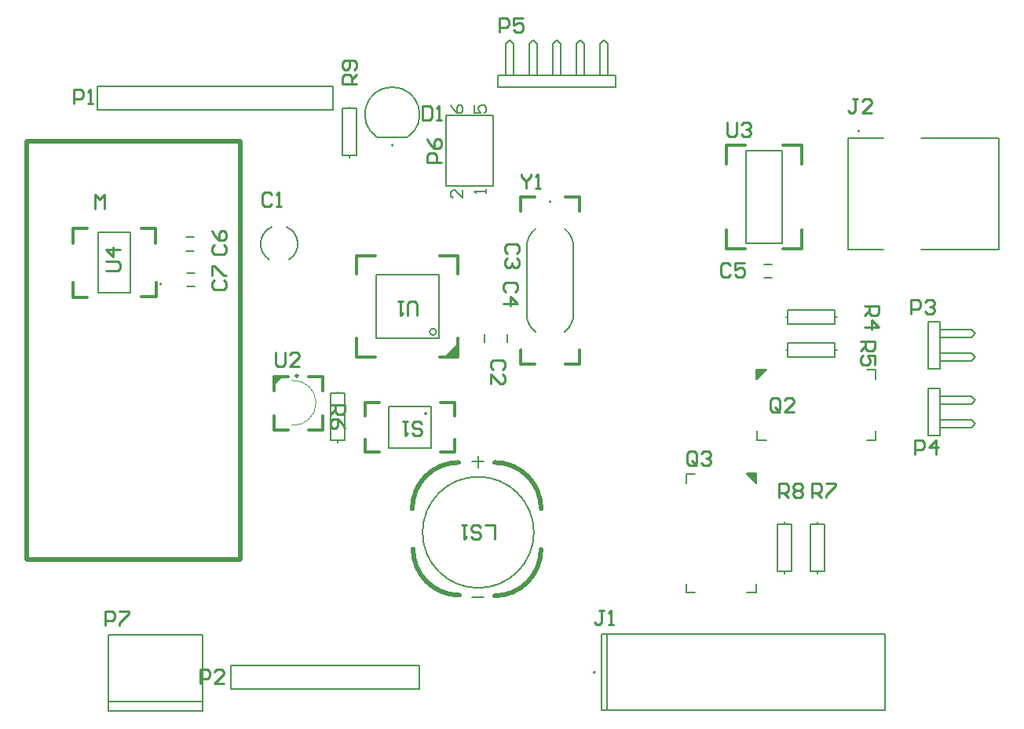
<source format=gbr>
%TF.GenerationSoftware,Altium Limited,Altium Designer,22.8.2 (66)*%
G04 Layer_Color=65535*
%FSLAX45Y45*%
%MOMM*%
%TF.SameCoordinates,BD556100-397B-4985-8EB5-C039F1F1876F*%
%TF.FilePolarity,Positive*%
%TF.FileFunction,Legend,Top*%
%TF.Part,Single*%
G01*
G75*
%TA.AperFunction,NonConductor*%
%ADD68C,0.25000*%
%ADD69C,0.12000*%
%ADD70C,0.12700*%
%ADD71C,0.20000*%
%ADD72C,0.15240*%
%ADD73C,0.50000*%
%ADD74C,0.30000*%
%ADD75C,0.60000*%
%ADD76C,0.25400*%
%ADD77C,0.20320*%
G36*
X7952740Y2479523D02*
Y2586583D01*
X7845680D01*
X7952740Y2479523D01*
D02*
G37*
G36*
X8064978Y3710838D02*
X7957918D01*
Y3603778D01*
X8064978Y3710838D01*
D02*
G37*
D68*
X3009700Y3644900D02*
G03*
X3009700Y3644900I-12500J0D01*
G01*
D69*
X2940134Y3110744D02*
G03*
X2940134Y3594856I21177J242056D01*
G01*
D70*
X4182500Y6214300D02*
G03*
X3869300Y6214300I-156600J250612D01*
G01*
X5553000Y1955800D02*
G03*
X5553000Y1955800I-600000J0D01*
G01*
X3869300Y6214300D02*
X4182500D01*
X853450Y4538850D02*
X1203950D01*
X853450D02*
Y5189350D01*
X1203950D01*
Y4538850D02*
Y5189350D01*
X4441400Y2861100D02*
Y3311100D01*
X3991400Y2861100D02*
X4441400D01*
X3991400D02*
Y3311100D01*
X4441400D01*
X4889500Y1257300D02*
X5016500D01*
X4953000Y2654300D02*
Y2781300D01*
X4889500Y2717800D02*
X5016500D01*
X6279900Y34500D02*
X6339900D01*
X6279900Y854500D02*
X6339900D01*
X6279900Y34500D02*
Y854500D01*
X6339900Y34500D02*
Y854500D01*
Y34500D02*
X9339900D01*
Y854500D01*
X6339900D02*
X9339900D01*
X8229700Y5075300D02*
Y6075300D01*
X7839700D02*
X8229700D01*
X7839700Y5075300D02*
Y6075300D01*
Y5075300D02*
X8229700D01*
X7857200Y6075300D02*
X8212200D01*
X7857200Y5075300D02*
X8212200D01*
X7857200Y6075300D02*
X8212200D01*
X7857200Y5075300D02*
X8212200D01*
X965200Y847500D02*
X1981200D01*
Y127500D02*
Y847500D01*
Y27500D02*
Y127500D01*
X965200Y27500D02*
X1981200D01*
X965200D02*
Y127500D01*
Y847500D01*
Y127500D02*
X1981200D01*
D71*
X4035900Y6131600D02*
G03*
X4035900Y6131600I-10000J0D01*
G01*
X1538700Y4635100D02*
G03*
X1538700Y4635100I-10000J0D01*
G01*
X4396200Y3236100D02*
G03*
X4396200Y3236100I-10000J0D01*
G01*
X2723533Y5249189D02*
G03*
X2699199Y4898649I83167J-181888D01*
G01*
X2914201D02*
G03*
X2889867Y5249189I-107501J168652D01*
G01*
X6214900Y444500D02*
G03*
X6214900Y444500I-10000J0D01*
G01*
X9065000Y6283300D02*
G03*
X9065000Y6283300I-10000J0D01*
G01*
X5263500Y4011300D02*
Y4091300D01*
X5023500Y4011300D02*
Y4091300D01*
X9240998Y3608299D02*
Y3708298D01*
X7955377Y3606698D02*
X8059517Y3710838D01*
X7954107Y3606698D02*
X7955377D01*
X7952837D02*
X7955377D01*
X9140998Y2951378D02*
X9240998D01*
Y3051399D01*
X9140998Y3708298D02*
X9240998D01*
X7956647Y2951378D02*
X8056596D01*
X7955798D02*
Y3051399D01*
X7952837Y3606698D02*
Y3710838D01*
X8059517D01*
X8801100Y3924300D02*
X8823960D01*
X8270240D02*
X8293100D01*
X8801100Y3848100D02*
Y3924300D01*
X8293100Y3848100D02*
X8801100D01*
X8293100D02*
Y4000500D01*
X8801100D01*
Y3924300D02*
Y4000500D01*
X8270240Y4279900D02*
X8293100D01*
X8801100D02*
X8823960D01*
X8293100D02*
Y4356100D01*
X8801100D01*
Y4203700D02*
Y4356100D01*
X8293100Y4203700D02*
X8801100D01*
X8293100D02*
Y4279900D01*
X9934100Y2997200D02*
Y3505200D01*
X9807100D02*
X9934100D01*
X9807100Y2997200D02*
X9934100D01*
X9807100D02*
Y3505200D01*
X9934100Y3081868D02*
X10272766D01*
X10315100Y3124200D01*
X10272766Y3166534D02*
X10315100Y3124200D01*
X9934100Y3166534D02*
X10272766D01*
X9934100Y3335866D02*
X10272766D01*
X10315100Y3378200D01*
X10272766Y3420532D02*
X10315100Y3378200D01*
X9934100Y3420532D02*
X10272766D01*
X8037200Y4850200D02*
X8117200D01*
X8037200Y4700200D02*
X8117200D01*
X3390900Y6515100D02*
Y6769100D01*
X850900Y6515100D02*
X3390900D01*
X850900D02*
Y6769100D01*
X1041400D01*
X3390900D01*
X3568700Y5996940D02*
Y6019800D01*
Y6527800D02*
Y6550660D01*
X3492500Y6019800D02*
X3568700D01*
X3492500D02*
Y6527800D01*
X3644900D01*
Y6019800D02*
Y6527800D01*
X3568700Y6019800D02*
X3644900D01*
X5118100Y5964768D02*
Y6451600D01*
Y5689600D02*
Y6451600D01*
X4610100Y5689600D02*
Y6451600D01*
Y5689600D02*
X5118100D01*
X4610100Y6451600D02*
X5118100D01*
X1806200Y5142300D02*
X1886200D01*
X1806200Y4992300D02*
X1886200D01*
X1815937Y4755656D02*
X1895937D01*
X1815937Y4605656D02*
X1895937D01*
X3441700Y2923540D02*
Y2946400D01*
Y3454400D02*
Y3477260D01*
X3365500Y2946400D02*
X3441700D01*
X3365500D02*
Y3454400D01*
X3517900D01*
Y2946400D02*
Y3454400D01*
X3441700Y2946400D02*
X3517900D01*
X2285778Y516521D02*
X4317778D01*
X2285778Y262521D02*
Y516521D01*
Y262521D02*
X4317778D01*
Y516521D01*
X9931400Y4144432D02*
X10270066D01*
X10312400Y4102100D01*
X10270066Y4059766D02*
X10312400Y4102100D01*
X9931400Y4059766D02*
X10270066D01*
X9931400Y3890434D02*
X10270066D01*
X10270066Y3890434D02*
X10312400Y3848100D01*
X10270066Y3805768D02*
X10312400Y3848100D01*
X9931400Y3805768D02*
X10270066D01*
X9804400Y3721100D02*
Y4229100D01*
Y3721100D02*
X9931400D01*
X9804400Y4229100D02*
X9931400D01*
Y3721100D02*
Y4229100D01*
X5168900Y6756400D02*
X6438900D01*
X5253568Y6883400D02*
Y7222066D01*
X5295900Y7264400D01*
X5338234Y7222066D01*
Y6883400D02*
Y7222066D01*
X5507568Y6883400D02*
Y7222066D01*
X5549900Y7264400D01*
X5592234Y7222066D01*
Y6883400D02*
Y7222066D01*
X5761568Y6883400D02*
Y7222066D01*
X5803900Y7264400D01*
X5846232Y7222066D01*
Y6883400D02*
Y7222066D01*
X6015566Y6883400D02*
Y7222066D01*
X6057900Y7264400D01*
X6100232Y7222066D01*
Y6883400D02*
Y7222066D01*
X6269566Y6883400D02*
Y7222066D01*
X6311900Y7264400D01*
X6354232Y7222066D01*
Y6883400D02*
Y7222066D01*
X6438900Y6756400D02*
Y6883400D01*
X5168900D02*
X6438900D01*
X5168900Y6756400D02*
Y6883400D01*
X8610600Y1536700D02*
X8686800D01*
Y2044700D01*
X8534400D02*
X8686800D01*
X8534400Y1536700D02*
Y2044700D01*
Y1536700D02*
X8610600D01*
Y2044700D02*
Y2067560D01*
Y1513840D02*
Y1536700D01*
X7952740Y2484984D02*
Y2591664D01*
X7848600D02*
X7952740D01*
X7193280Y2588702D02*
X7293300D01*
X7193280Y2487905D02*
Y2587854D01*
X7950200Y1303503D02*
Y1403502D01*
X7193280Y1303503D02*
X7293300D01*
X7193280D02*
Y1403502D01*
X7848600Y2589124D02*
Y2591664D01*
Y2589124D02*
Y2590394D01*
Y2589124D02*
X7952740Y2484984D01*
X7850200Y1303503D02*
X7950200D01*
X8178800Y2044700D02*
X8255000D01*
X8178800Y1536700D02*
Y2044700D01*
Y1536700D02*
X8331200D01*
Y2044700D01*
X8255000D02*
X8331200D01*
X8255000Y1513840D02*
Y1536700D01*
Y2044700D02*
Y2067560D01*
X8945000Y5003300D02*
X9324000D01*
X9726000D02*
X10565000D01*
Y6213300D01*
X9726000D02*
X10565000D01*
X8945000D02*
X9324000D01*
X8945000Y5003300D02*
Y6213300D01*
D72*
X4501240Y4119880D02*
G03*
X4501240Y4119880I-35920J0D01*
G01*
X5572826Y5232726D02*
G03*
X5474970Y5033010I154874J-199716D01*
G01*
Y4314190D02*
G03*
X5572826Y4114474I252730J0D01*
G01*
X5980430Y5033010D02*
G03*
X5882574Y5232726I-252730J0D01*
G01*
X5735320Y5524500D02*
G03*
X5735320Y5524500I-7620J0D01*
G01*
X5882574Y4114474D02*
G03*
X5980430Y4314190I-154874J199716D01*
G01*
X3851000Y4054200D02*
Y4734200D01*
X4531000D01*
Y4054200D02*
Y4734200D01*
X3851000Y4054200D02*
X4531000D01*
X5474970Y4301490D02*
Y5045710D01*
X5980430Y4301490D02*
Y5045710D01*
D73*
X4249800Y1778000D02*
G03*
X4749800Y1278000I500000J0D01*
G01*
X5129191Y1270766D02*
G03*
X5629191Y1770766I0J500000D01*
G01*
X5630800Y2209800D02*
G03*
X5130800Y2709800I-500000J0D01*
G01*
X4741800D02*
G03*
X4241800Y2209800I0J-500000D01*
G01*
X2384915Y1664664D02*
Y6174665D01*
X84915Y1664664D02*
Y6174665D01*
X2384915D01*
X84915Y1664664D02*
X2384915D01*
D74*
X2755900Y3581400D02*
X2794000Y3619500D01*
X2755900Y3557200D02*
Y3581400D01*
Y3557200D02*
X2830900Y3632200D01*
X2833300D01*
X2755900Y3482200D02*
Y3632200D01*
X2758300D02*
X2908300D01*
X2755900Y3060700D02*
Y3210700D01*
X2758300Y3060700D02*
X2908300D01*
X3276600D02*
Y3210700D01*
X3124200Y3060700D02*
X3274200D01*
X3276600Y3482200D02*
Y3632200D01*
X3124200D02*
X3274200D01*
X4687483Y3860800D02*
X4724400D01*
X4687483D02*
X4737100Y3910417D01*
Y3948100D01*
X4663016Y3874016D02*
X4737100Y3948100D01*
X4610100Y3848100D02*
X4737100Y3975100D01*
X3644900Y3848100D02*
Y4048100D01*
Y3848100D02*
X3844900D01*
X4737100D02*
Y4048100D01*
X4537100Y3848100D02*
X4737100D01*
X3644900Y4740300D02*
Y4940300D01*
X3844900D01*
X4737100Y4740300D02*
Y4940300D01*
X4537100D02*
X4737100D01*
X1477683Y4501728D02*
Y4651728D01*
X1473200Y4495800D02*
X1477683Y4500283D01*
X1323200Y4495800D02*
X1473200D01*
X581959Y4499486D02*
Y4649486D01*
Y4498041D02*
X586441Y4493559D01*
X736441D01*
X581959Y5078714D02*
Y5228714D01*
Y5230159D02*
X586441Y5234641D01*
X736441D01*
X1475441Y5078714D02*
Y5228714D01*
X1470959Y5234641D02*
X1475441Y5230159D01*
X1320959Y5234641D02*
X1470959D01*
X3736200Y2819400D02*
X3886200D01*
X3733800D02*
Y2959100D01*
X4549000Y2819400D02*
X4699000D01*
X4701400D02*
Y2959100D01*
X4549000Y3352800D02*
X4699000D01*
X4701400Y3213100D02*
Y3352800D01*
X3733800D02*
X3883800D01*
X3731400Y3213100D02*
Y3352800D01*
X5892800Y5577700D02*
X6042800D01*
X6045200Y5425300D02*
Y5575300D01*
X5412600Y5577700D02*
X5562600D01*
X5410200Y5425300D02*
Y5575300D01*
X5412600Y3769500D02*
X5562600D01*
X5410200Y3771900D02*
Y3921900D01*
X5892800Y3770700D02*
X6042800D01*
X6045200Y3773100D02*
Y3923100D01*
X8441100Y5930900D02*
Y6130900D01*
X8241100Y6134100D02*
X8441100D01*
X7628300Y5930900D02*
Y6130900D01*
Y6134100D02*
X7828300D01*
X7628300Y5019700D02*
Y5219700D01*
Y5016500D02*
X7828300D01*
X8441100Y5019700D02*
Y5219700D01*
X8241100Y5016500D02*
X8441100D01*
D75*
X4700699Y3874016D02*
X4712291Y3885609D01*
X4663016Y3874016D02*
X4700699D01*
D76*
X4292550Y4292624D02*
Y4419583D01*
X4267159Y4444975D01*
X4216375D01*
X4190983Y4419583D01*
Y4292624D01*
X4140200Y4444975D02*
X4089416D01*
X4114808D01*
Y4292624D01*
X4140200Y4318016D01*
X820912Y5443689D02*
Y5596040D01*
X871695Y5545256D01*
X922479Y5596040D01*
Y5443689D01*
X5213660Y3712987D02*
X5239052Y3738379D01*
Y3789163D01*
X5213660Y3814554D01*
X5112093D01*
X5086701Y3789163D01*
Y3738379D01*
X5112093Y3712987D01*
X5086701Y3560637D02*
Y3662204D01*
X5188268Y3560637D01*
X5213660D01*
X5239052Y3586028D01*
Y3636812D01*
X5213660Y3662204D01*
X8207709Y3276515D02*
Y3378082D01*
X8182317Y3403474D01*
X8131533D01*
X8106141Y3378082D01*
Y3276515D01*
X8131533Y3251123D01*
X8182317D01*
X8156925Y3301907D02*
X8207709Y3251123D01*
X8182317D02*
X8207709Y3276515D01*
X8360059Y3251123D02*
X8258492D01*
X8360059Y3352690D01*
Y3378082D01*
X8334667Y3403474D01*
X8283884D01*
X8258492Y3378082D01*
X9080525Y4013159D02*
X9232875D01*
Y3936983D01*
X9207483Y3911592D01*
X9156700D01*
X9131308Y3936983D01*
Y4013159D01*
Y3962375D02*
X9080525Y3911592D01*
X9232875Y3759241D02*
Y3860808D01*
X9156700D01*
X9182092Y3810025D01*
Y3784633D01*
X9156700Y3759241D01*
X9105917D01*
X9080525Y3784633D01*
Y3835416D01*
X9105917Y3860808D01*
X9118625Y4394159D02*
X9270975D01*
Y4317983D01*
X9245583Y4292592D01*
X9194800D01*
X9169408Y4317983D01*
Y4394159D01*
Y4343375D02*
X9118625Y4292592D01*
Y4165633D02*
X9270975D01*
X9194800Y4241808D01*
Y4140241D01*
X9664741Y2794025D02*
Y2946375D01*
X9740917D01*
X9766308Y2920983D01*
Y2870200D01*
X9740917Y2844808D01*
X9664741D01*
X9893267Y2794025D02*
Y2946375D01*
X9817092Y2870200D01*
X9918659D01*
X2766060Y3898851D02*
Y3771892D01*
X2791452Y3746500D01*
X2842235D01*
X2867627Y3771892D01*
Y3898851D01*
X3019978Y3746500D02*
X2918411D01*
X3019978Y3848067D01*
Y3873459D01*
X2994586Y3898851D01*
X2943803D01*
X2918411Y3873459D01*
X5354384Y4553091D02*
X5379776Y4578483D01*
Y4629267D01*
X5354384Y4654659D01*
X5252817D01*
X5227425Y4629267D01*
Y4578483D01*
X5252817Y4553091D01*
X5227425Y4426133D02*
X5379776D01*
X5303600Y4502308D01*
Y4400741D01*
X7670808Y4838683D02*
X7645417Y4864075D01*
X7594633D01*
X7569241Y4838683D01*
Y4737117D01*
X7594633Y4711725D01*
X7645417D01*
X7670808Y4737117D01*
X7823159Y4864075D02*
X7721592D01*
Y4787900D01*
X7772375Y4813292D01*
X7797767D01*
X7823159Y4787900D01*
Y4737117D01*
X7797767Y4711725D01*
X7746984D01*
X7721592Y4737117D01*
X596933Y6578625D02*
Y6730975D01*
X673108D01*
X698500Y6705583D01*
Y6654800D01*
X673108Y6629408D01*
X596933D01*
X749284Y6578625D02*
X800067D01*
X774676D01*
Y6730975D01*
X749284Y6705583D01*
X3644875Y6794541D02*
X3492525D01*
Y6870717D01*
X3517917Y6896108D01*
X3568700D01*
X3594092Y6870717D01*
Y6794541D01*
Y6845325D02*
X3644875Y6896108D01*
X3619483Y6946892D02*
X3644875Y6972284D01*
Y7023067D01*
X3619483Y7048459D01*
X3517917D01*
X3492525Y7023067D01*
Y6972284D01*
X3517917Y6946892D01*
X3543308D01*
X3568700Y6972284D01*
Y7048459D01*
X4559275Y5943641D02*
X4406925D01*
Y6019817D01*
X4432317Y6045208D01*
X4483100D01*
X4508492Y6019817D01*
Y5943641D01*
X4406925Y6197559D02*
X4432317Y6146775D01*
X4483100Y6095992D01*
X4533883D01*
X4559275Y6121384D01*
Y6172167D01*
X4533883Y6197559D01*
X4508492D01*
X4483100Y6172167D01*
Y6095992D01*
X4356133Y6553175D02*
Y6400825D01*
X4432308D01*
X4457700Y6426217D01*
Y6527783D01*
X4432308Y6553175D01*
X4356133D01*
X4508484Y6400825D02*
X4559267D01*
X4533876D01*
Y6553175D01*
X4508484Y6527783D01*
X2108217Y5054608D02*
X2082825Y5029217D01*
Y4978433D01*
X2108217Y4953041D01*
X2209783D01*
X2235175Y4978433D01*
Y5029217D01*
X2209783Y5054608D01*
X2082825Y5206959D02*
X2108217Y5156175D01*
X2159000Y5105392D01*
X2209783D01*
X2235175Y5130784D01*
Y5181567D01*
X2209783Y5206959D01*
X2184392D01*
X2159000Y5181567D01*
Y5105392D01*
X2108217Y4673608D02*
X2082825Y4648217D01*
Y4597433D01*
X2108217Y4572041D01*
X2209783D01*
X2235175Y4597433D01*
Y4648217D01*
X2209783Y4673608D01*
X2082825Y4724392D02*
Y4825959D01*
X2108217D01*
X2209783Y4724392D01*
X2235175D01*
X939825Y4775241D02*
X1066783D01*
X1092175Y4800633D01*
Y4851417D01*
X1066783Y4876808D01*
X939825D01*
X1092175Y5003767D02*
X939825D01*
X1016000Y4927592D01*
Y5029159D01*
X4241800Y3022616D02*
X4267192Y2997224D01*
X4317975D01*
X4343367Y3022616D01*
Y3048008D01*
X4317975Y3073399D01*
X4267192D01*
X4241800Y3098791D01*
Y3124183D01*
X4267192Y3149575D01*
X4317975D01*
X4343367Y3124183D01*
X4191016Y3149575D02*
X4140233D01*
X4165624D01*
Y2997224D01*
X4191016Y3022616D01*
X3365525Y3327359D02*
X3517875D01*
Y3251183D01*
X3492483Y3225792D01*
X3441700D01*
X3416308Y3251183D01*
Y3327359D01*
Y3276575D02*
X3365525Y3225792D01*
X3517875Y3073441D02*
X3492483Y3124225D01*
X3441700Y3175008D01*
X3390917D01*
X3365525Y3149616D01*
Y3098833D01*
X3390917Y3073441D01*
X3416308D01*
X3441700Y3098833D01*
Y3175008D01*
X5372083Y4965692D02*
X5397475Y4991083D01*
Y5041867D01*
X5372083Y5067259D01*
X5270517D01*
X5245125Y5041867D01*
Y4991083D01*
X5270517Y4965692D01*
X5372083Y4914908D02*
X5397475Y4889516D01*
Y4838733D01*
X5372083Y4813341D01*
X5346692D01*
X5321300Y4838733D01*
Y4864125D01*
Y4838733D01*
X5295908Y4813341D01*
X5270517D01*
X5245125Y4838733D01*
Y4889516D01*
X5270517Y4914908D01*
X5130742Y1879624D02*
Y2031975D01*
X5029175D01*
X4876824Y1905016D02*
X4902216Y1879624D01*
X4953000D01*
X4978392Y1905016D01*
Y1930408D01*
X4953000Y1955799D01*
X4902216D01*
X4876824Y1981191D01*
Y2006583D01*
X4902216Y2031975D01*
X4953000D01*
X4978392Y2006583D01*
X4826041Y2031975D02*
X4775257D01*
X4800649D01*
Y1879624D01*
X4826041Y1905016D01*
X1955619Y326045D02*
Y478396D01*
X2031795D01*
X2057186Y453004D01*
Y402221D01*
X2031795Y376829D01*
X1955619D01*
X2209537Y326045D02*
X2107970D01*
X2209537Y427613D01*
Y453004D01*
X2184145Y478396D01*
X2133362D01*
X2107970Y453004D01*
X5420360Y5821631D02*
Y5796239D01*
X5471143Y5745455D01*
X5521927Y5796239D01*
Y5821631D01*
X5471143Y5745455D02*
Y5669280D01*
X5572711D02*
X5623494D01*
X5598103D01*
Y5821631D01*
X5572711Y5796239D01*
X7637780Y6377891D02*
Y6250932D01*
X7663172Y6225540D01*
X7713955D01*
X7739347Y6250932D01*
Y6377891D01*
X7790131Y6352499D02*
X7815523Y6377891D01*
X7866306D01*
X7891698Y6352499D01*
Y6327107D01*
X7866306Y6301715D01*
X7840914D01*
X7866306D01*
X7891698Y6276323D01*
Y6250932D01*
X7866306Y6225540D01*
X7815523D01*
X7790131Y6250932D01*
X8194040Y2329180D02*
Y2481531D01*
X8270215D01*
X8295607Y2456139D01*
Y2405355D01*
X8270215Y2379963D01*
X8194040D01*
X8244823D02*
X8295607Y2329180D01*
X8346391Y2456139D02*
X8371783Y2481531D01*
X8422566D01*
X8447958Y2456139D01*
Y2430747D01*
X8422566Y2405355D01*
X8447958Y2379963D01*
Y2354572D01*
X8422566Y2329180D01*
X8371783D01*
X8346391Y2354572D01*
Y2379963D01*
X8371783Y2405355D01*
X8346391Y2430747D01*
Y2456139D01*
X8371783Y2405355D02*
X8422566D01*
X8549640Y2329180D02*
Y2481531D01*
X8625815D01*
X8651207Y2456139D01*
Y2405355D01*
X8625815Y2379963D01*
X8549640D01*
X8600423D02*
X8651207Y2329180D01*
X8701991Y2481531D02*
X8803558D01*
Y2456139D01*
X8701991Y2354572D01*
Y2329180D01*
X7310087Y2702552D02*
Y2804119D01*
X7284695Y2829511D01*
X7233912D01*
X7208520Y2804119D01*
Y2702552D01*
X7233912Y2677160D01*
X7284695D01*
X7259303Y2727943D02*
X7310087Y2677160D01*
X7284695D02*
X7310087Y2702552D01*
X7360871Y2804119D02*
X7386263Y2829511D01*
X7437046D01*
X7462438Y2804119D01*
Y2778727D01*
X7437046Y2753335D01*
X7411654D01*
X7437046D01*
X7462438Y2727943D01*
Y2702552D01*
X7437046Y2677160D01*
X7386263D01*
X7360871Y2702552D01*
X9616440Y4315460D02*
Y4467811D01*
X9692615D01*
X9718007Y4442419D01*
Y4391635D01*
X9692615Y4366243D01*
X9616440D01*
X9768791Y4442419D02*
X9794183Y4467811D01*
X9844966D01*
X9870358Y4442419D01*
Y4417027D01*
X9844966Y4391635D01*
X9819574D01*
X9844966D01*
X9870358Y4366243D01*
Y4340852D01*
X9844966Y4315460D01*
X9794183D01*
X9768791Y4340852D01*
X929640Y950580D02*
Y1102931D01*
X1005815D01*
X1031207Y1077539D01*
Y1026755D01*
X1005815Y1001364D01*
X929640D01*
X1081991Y1102931D02*
X1183558D01*
Y1077539D01*
X1081991Y975972D01*
Y950580D01*
X5184140Y7350760D02*
Y7503111D01*
X5260315D01*
X5285707Y7477719D01*
Y7426935D01*
X5260315Y7401543D01*
X5184140D01*
X5438058Y7503111D02*
X5336491D01*
Y7426935D01*
X5387274Y7452327D01*
X5412666D01*
X5438058Y7426935D01*
Y7376152D01*
X5412666Y7350760D01*
X5361883D01*
X5336491Y7376152D01*
X6311867Y1109931D02*
X6261083D01*
X6286475D01*
Y982972D01*
X6261083Y957580D01*
X6235692D01*
X6210300Y982972D01*
X6362651Y957580D02*
X6413434D01*
X6388043D01*
Y1109931D01*
X6362651Y1084539D01*
X9044907Y6631891D02*
X8994123D01*
X9019515D01*
Y6504932D01*
X8994123Y6479540D01*
X8968732D01*
X8943340Y6504932D01*
X9197258Y6479540D02*
X9095691D01*
X9197258Y6581107D01*
Y6606499D01*
X9171866Y6631891D01*
X9121083D01*
X9095691Y6606499D01*
X2722847Y5598119D02*
X2697455Y5623511D01*
X2646672D01*
X2621280Y5598119D01*
Y5496552D01*
X2646672Y5471160D01*
X2697455D01*
X2722847Y5496552D01*
X2773631Y5471160D02*
X2824414D01*
X2799023D01*
Y5623511D01*
X2773631Y5598119D01*
D77*
X5041900Y5613400D02*
Y5655720D01*
Y5634560D01*
X4914941D01*
X4936101Y5613400D01*
X4787900Y5647239D02*
Y5562600D01*
X4703261Y5647239D01*
X4682101D01*
X4660941Y5626079D01*
Y5583760D01*
X4682101Y5562600D01*
X4914941Y6561639D02*
Y6477000D01*
X4978421D01*
X4957261Y6519320D01*
Y6540479D01*
X4978421Y6561639D01*
X5020740D01*
X5041900Y6540479D01*
Y6498160D01*
X5020740Y6477000D01*
X4660941Y6561639D02*
X4682101Y6519320D01*
X4724421Y6477000D01*
X4766740D01*
X4787900Y6498160D01*
Y6540479D01*
X4766740Y6561639D01*
X4745580D01*
X4724421Y6540479D01*
Y6477000D01*
%TF.MD5,27e988faa3ac24ec7bb55a10734fb7be*%
M02*

</source>
